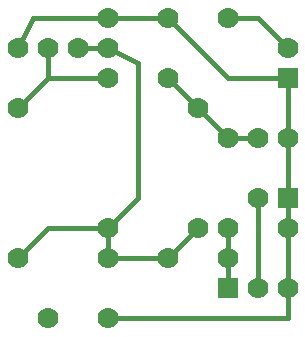
<source format=gbl>
G75*
%MOIN*%
%OFA0B0*%
%FSLAX25Y25*%
%IPPOS*%
%LPD*%
%AMOC8*
5,1,8,0,0,1.08239X$1,22.5*
%
%ADD10R,0.07000X0.07000*%
%ADD11C,0.07000*%
%ADD12C,0.01600*%
D10*
X0081236Y0021236D03*
X0101236Y0051236D03*
X0101236Y0091236D03*
D11*
X0021236Y0011236D03*
X0011236Y0031236D03*
X0041236Y0031236D03*
X0041236Y0041236D03*
X0061236Y0031236D03*
X0071236Y0041236D03*
X0081236Y0041236D03*
X0081236Y0031236D03*
X0091236Y0021236D03*
X0101236Y0021236D03*
X0101236Y0041236D03*
X0091236Y0051236D03*
X0091236Y0071236D03*
X0081236Y0071236D03*
X0071236Y0081236D03*
X0061236Y0091236D03*
X0061236Y0111236D03*
X0041236Y0111236D03*
X0041236Y0101236D03*
X0041236Y0091236D03*
X0031236Y0101236D03*
X0021236Y0101236D03*
X0011236Y0101236D03*
X0011236Y0081236D03*
X0041236Y0011236D03*
X0101236Y0071236D03*
X0101236Y0101236D03*
X0081236Y0111236D03*
D12*
X0091236Y0111236D01*
X0101236Y0101236D01*
X0101236Y0091236D02*
X0081236Y0091236D01*
X0061236Y0111236D01*
X0041236Y0111236D01*
X0016236Y0111236D01*
X0011236Y0101236D01*
X0021236Y0101236D02*
X0021236Y0091236D01*
X0011236Y0081236D01*
X0021236Y0091236D02*
X0041236Y0091236D01*
X0041236Y0101236D02*
X0051236Y0096236D01*
X0051236Y0051236D01*
X0041236Y0041236D01*
X0021236Y0041236D01*
X0011236Y0031236D01*
X0041236Y0031236D02*
X0041236Y0041236D01*
X0041236Y0031236D02*
X0061236Y0031236D01*
X0071236Y0041236D01*
X0081236Y0041236D02*
X0081236Y0031236D01*
X0081236Y0041236D02*
X0081236Y0021236D01*
X0091236Y0021236D02*
X0091236Y0051236D01*
X0101236Y0051236D02*
X0101236Y0041236D01*
X0101236Y0071236D01*
X0101236Y0091236D01*
X0101236Y0076236D02*
X0101236Y0071236D01*
X0091236Y0071236D02*
X0081236Y0071236D01*
X0071236Y0081236D01*
X0061236Y0091236D01*
X0041236Y0101236D02*
X0031236Y0101236D01*
X0101236Y0051236D02*
X0101236Y0021236D01*
X0101236Y0011236D01*
X0041236Y0011236D01*
M02*

</source>
